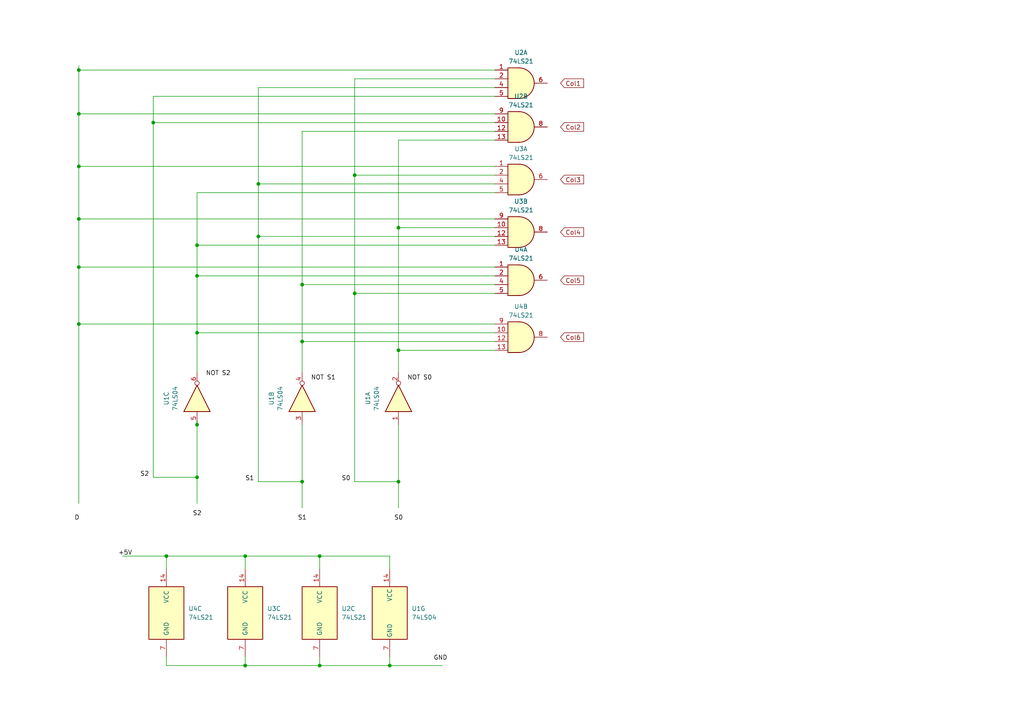
<source format=kicad_sch>
(kicad_sch (version 20231120) (generator "eeschema") (generator_version "8.0")
  (paper "A4")
  (lib_symbols
    (symbol "74xx:74LS04"
      (property "Reference" "U" (at 0 1.27 0))
      (property "Value" "74LS04" (at 0 -1.27 0))
      (symbol "74LS04_1_0"
        (polyline (pts (xy -3.81 3.81) (xy -3.81 -3.81) (xy 3.81 0) (xy -3.81 3.81)) (stroke (width 0.254)) (fill (type background)))
        (pin input line (at -7.62 0 0) (length 3.81) (name "~") (number "1"))
        (pin output inverted (at 7.62 0 180) (length 3.81) (name "~") (number "2"))
      )
      (symbol "74LS04_2_0"
        (polyline (pts (xy -3.81 3.81) (xy -3.81 -3.81) (xy 3.81 0) (xy -3.81 3.81)) (stroke (width 0.254)) (fill (type background)))
        (pin input line (at -7.62 0 0) (length 3.81) (name "~") (number "3"))
        (pin output inverted (at 7.62 0 180) (length 3.81) (name "~") (number "4"))
      )
      (symbol "74LS04_3_0"
        (polyline (pts (xy -3.81 3.81) (xy -3.81 -3.81) (xy 3.81 0) (xy -3.81 3.81)) (stroke (width 0.254)) (fill (type background)))
        (pin input line (at -7.62 0 0) (length 3.81) (name "~") (number "5"))
        (pin output inverted (at 7.62 0 180) (length 3.81) (name "~") (number "6"))
      )
      (symbol "74LS04_4_0"
        (polyline (pts (xy -3.81 3.81) (xy -3.81 -3.81) (xy 3.81 0) (xy -3.81 3.81)) (stroke (width 0.254)) (fill (type background)))
        (pin output inverted (at 7.62 0 180) (length 3.81) (name "~") (number "8"))
        (pin input line (at -7.62 0 0) (length 3.81) (name "~") (number "9"))
      )
      (symbol "74LS04_5_0"
        (polyline (pts (xy -3.81 3.81) (xy -3.81 -3.81) (xy 3.81 0) (xy -3.81 3.81)) (stroke (width 0.254)) (fill (type background)))
        (pin output inverted (at 7.62 0 180) (length 3.81) (name "~") (number "10"))
        (pin input line (at -7.62 0 0) (length 3.81) (name "~") (number "11"))
      )
      (symbol "74LS04_6_0"
        (polyline (pts (xy -3.81 3.81) (xy -3.81 -3.81) (xy 3.81 0) (xy -3.81 3.81)) (stroke (width 0.254)) (fill (type background)))
        (pin output inverted (at 7.62 0 180) (length 3.81) (name "~") (number "12"))
        (pin input line (at -7.62 0 0) (length 3.81) (name "~") (number "13"))
      )
      (symbol "74LS04_7_0"
        (pin power_in line (at 0 12.7 270) (length 5.08) (name "VCC") (number "14"))
        (pin power_in line (at 0 -12.7 90) (length 5.08) (name "GND") (number "7"))
      )
      (symbol "74LS04_7_1"
        (rectangle (start -5.08 7.62) (end 5.08 -7.62) (stroke (width 0.254)) (fill (type background)))
      )
    )
    (symbol "74xx:74LS21" (pin_names (offset 1.016))
      (property "Reference" "U" (at 0 1.27 0))
      (property "Value" "74LS21" (at 0 -1.27 0))
      (symbol "74LS21_1_1"
        (arc (start -0.635 -4.445) (mid 3.7907 0) (end -0.635 4.445) (stroke (width 0.254)) (fill (type background)))
        (polyline (pts (xy -0.635 4.445) (xy -3.81 4.445) (xy -3.81 -4.445) (xy -0.635 -4.445)) (stroke (width 0.254)) (fill (type background)))
        (pin input line (at -7.62 3.81 0) (length 3.81) (name "~") (number "1"))
        (pin input line (at -7.62 1.27 0) (length 3.81) (name "~") (number "2"))
        (pin input line (at -7.62 -1.27 0) (length 3.81) (name "~") (number "4"))
        (pin input line (at -7.62 -3.81 0) (length 3.81) (name "~") (number "5"))
        (pin output line (at 7.62 0 180) (length 3.81) (name "~") (number "6"))
      )
      (symbol "74LS21_1_2"
        (arc (start -3.81 -4.445) (mid -2.5908 0) (end -3.81 4.445) (stroke (width 0.254)))
        (arc (start -0.6096 -4.445) (mid 2.2246 -2.8422) (end 3.81 0) (stroke (width 0.254)) (fill (type background)))
        (polyline (pts (xy -3.81 -4.445) (xy -0.635 -4.445)) (stroke (width 0.254)) (fill (type background)))
        (polyline (pts (xy -3.81 4.445) (xy -0.635 4.445)) (stroke (width 0.254)) (fill (type background)))
        (polyline (pts (xy -0.635 4.445) (xy -3.81 4.445) (xy -3.81 4.445) (xy -3.6322 4.0894) (xy -3.0988 2.921) (xy -2.7686 1.6764) (xy -2.6162 0.4318) (xy -2.6416 -0.8636) (xy -2.8702 -2.1082) (xy -3.2512 -3.3274) (xy -3.81 -4.445) (xy -3.81 -4.445) (xy -0.635 -4.445)) (stroke (width -25.4)) (fill (type background)))
        (arc (start 3.81 0) (mid 2.2204 2.8379) (end -0.6096 4.445) (stroke (width 0.254)) (fill (type background)))
        (pin input inverted (at -7.62 3.81 0) (length 3.81) (name "~") (number "1"))
        (pin input inverted (at -7.62 1.27 0) (length 4.826) (name "~") (number "2"))
        (pin input inverted (at -7.62 -1.27 0) (length 4.826) (name "~") (number "4"))
        (pin input inverted (at -7.62 -3.81 0) (length 3.81) (name "~") (number "5"))
        (pin output inverted (at 7.62 0 180) (length 3.81) (name "~") (number "6"))
      )
      (symbol "74LS21_2_1"
        (arc (start -0.635 -4.445) (mid 3.7907 0) (end -0.635 4.445) (stroke (width 0.254)) (fill (type background)))
        (polyline (pts (xy -0.635 4.445) (xy -3.81 4.445) (xy -3.81 -4.445) (xy -0.635 -4.445)) (stroke (width 0.254)) (fill (type background)))
        (pin input line (at -7.62 1.27 0) (length 3.81) (name "~") (number "10"))
        (pin input line (at -7.62 -1.27 0) (length 3.81) (name "~") (number "12"))
        (pin input line (at -7.62 -3.81 0) (length 3.81) (name "~") (number "13"))
        (pin output line (at 7.62 0 180) (length 3.81) (name "~") (number "8"))
        (pin input line (at -7.62 3.81 0) (length 3.81) (name "~") (number "9"))
      )
      (symbol "74LS21_2_2"
        (arc (start -3.81 -4.445) (mid -2.5908 0) (end -3.81 4.445) (stroke (width 0.254)))
        (arc (start -0.6096 -4.445) (mid 2.2246 -2.8422) (end 3.81 0) (stroke (width 0.254)) (fill (type background)))
        (polyline (pts (xy -3.81 -4.445) (xy -0.635 -4.445)) (stroke (width 0.254)) (fill (type background)))
        (polyline (pts (xy -3.81 4.445) (xy -0.635 4.445)) (stroke (width 0.254)) (fill (type background)))
        (polyline (pts (xy -0.635 4.445) (xy -3.81 4.445) (xy -3.81 4.445) (xy -3.6322 4.0894) (xy -3.0988 2.921) (xy -2.7686 1.6764) (xy -2.6162 0.4318) (xy -2.6416 -0.8636) (xy -2.8702 -2.1082) (xy -3.2512 -3.3274) (xy -3.81 -4.445) (xy -3.81 -4.445) (xy -0.635 -4.445)) (stroke (width -25.4)) (fill (type background)))
        (arc (start 3.81 0) (mid 2.2204 2.8379) (end -0.6096 4.445) (stroke (width 0.254)) (fill (type background)))
        (pin input inverted (at -7.62 1.27 0) (length 4.826) (name "~") (number "10"))
        (pin input inverted (at -7.62 -1.27 0) (length 4.826) (name "~") (number "12"))
        (pin input inverted (at -7.62 -3.81 0) (length 3.81) (name "~") (number "13"))
        (pin output inverted (at 7.62 0 180) (length 3.81) (name "~") (number "8"))
        (pin input inverted (at -7.62 3.81 0) (length 3.81) (name "~") (number "9"))
      )
      (symbol "74LS21_3_0"
        (pin power_in line (at 0 12.7 270) (length 5.08) (name "VCC") (number "14"))
        (pin power_in line (at 0 -12.7 90) (length 5.08) (name "GND") (number "7"))
      )
      (symbol "74LS21_3_1"
        (rectangle (start -5.08 7.62) (end 5.08 -7.62) (stroke (width 0.254)) (fill (type background)))
      )
    )
  )
  (junction (at 113.03 193.04))
  (junction (at 22.86 63.5))
  (junction (at 57.15 123.19))
  (junction (at 115.57 66.04))
  (junction (at 22.86 33.02))
  (junction (at 71.12 193.04))
  (junction (at 57.15 71.12))
  (junction (at 87.63 99.06))
  (junction (at 57.15 96.52))
  (junction (at 48.26 161.29))
  (junction (at 102.87 50.8))
  (junction (at 22.86 48.26))
  (junction (at 71.12 161.29))
  (junction (at 22.86 20.32))
  (junction (at 44.45 35.56))
  (junction (at 102.87 85.09))
  (junction (at 92.71 193.04))
  (junction (at 115.57 139.7))
  (junction (at 115.57 101.6))
  (junction (at 57.15 80.01))
  (junction (at 87.63 82.55))
  (junction (at 74.93 68.58))
  (junction (at 22.86 77.47))
  (junction (at 87.63 139.7))
  (junction (at 22.86 93.98))
  (junction (at 92.71 161.29))
  (junction (at 57.15 138.43))
  (junction (at 74.93 53.34))
  (wire (pts (xy 22.86 93.98) (xy 22.86 146.05)))
  (wire (pts (xy 87.63 139.7) (xy 87.63 147.32)))
  (wire (pts (xy 115.57 66.04) (xy 115.57 101.6)))
  (wire (pts (xy 57.15 80.01) (xy 57.15 96.52)))
  (wire (pts (xy 143.51 66.04) (xy 115.57 66.04)))
  (wire (pts (xy 143.51 35.56) (xy 44.45 35.56)))
  (wire (pts (xy 22.86 77.47) (xy 143.51 77.47)))
  (wire (pts (xy 22.86 33.02) (xy 143.51 33.02)))
  (wire (pts (xy 143.51 50.8) (xy 102.87 50.8)))
  (wire (pts (xy 143.51 38.1) (xy 87.63 38.1)))
  (wire (pts (xy 87.63 99.06) (xy 87.63 107.95)))
  (wire (pts (xy 22.86 19.05) (xy 22.86 20.32)))
  (wire (pts (xy 143.51 53.34) (xy 74.93 53.34)))
  (wire (pts (xy 22.86 20.32) (xy 143.51 20.32)))
  (wire (pts (xy 92.71 161.29) (xy 92.71 165.1)))
  (wire (pts (xy 57.15 121.92) (xy 57.15 123.19)))
  (wire (pts (xy 71.12 193.04) (xy 92.71 193.04)))
  (wire (pts (xy 57.15 71.12) (xy 57.15 80.01)))
  (wire (pts (xy 115.57 139.7) (xy 102.87 139.7)))
  (wire (pts (xy 22.86 93.98) (xy 143.51 93.98)))
  (wire (pts (xy 74.93 68.58) (xy 74.93 139.7)))
  (wire (pts (xy 143.51 71.12) (xy 57.15 71.12)))
  (wire (pts (xy 74.93 25.4) (xy 74.93 53.34)))
  (wire (pts (xy 143.51 25.4) (xy 74.93 25.4)))
  (wire (pts (xy 87.63 82.55) (xy 87.63 99.06)))
  (wire (pts (xy 74.93 53.34) (xy 74.93 68.58)))
  (wire (pts (xy 22.86 63.5) (xy 143.51 63.5)))
  (wire (pts (xy 71.12 161.29) (xy 71.12 165.1)))
  (wire (pts (xy 102.87 85.09) (xy 102.87 139.7)))
  (wire (pts (xy 22.86 48.26) (xy 22.86 63.5)))
  (wire (pts (xy 143.51 99.06) (xy 87.63 99.06)))
  (wire (pts (xy 143.51 96.52) (xy 57.15 96.52)))
  (wire (pts (xy 57.15 138.43) (xy 57.15 146.05)))
  (wire (pts (xy 102.87 22.86) (xy 102.87 50.8)))
  (wire (pts (xy 143.51 27.94) (xy 44.45 27.94)))
  (wire (pts (xy 143.51 101.6) (xy 115.57 101.6)))
  (wire (pts (xy 92.71 193.04) (xy 113.03 193.04)))
  (wire (pts (xy 44.45 27.94) (xy 44.45 35.56)))
  (wire (pts (xy 22.86 48.26) (xy 143.51 48.26)))
  (wire (pts (xy 115.57 101.6) (xy 115.57 107.95)))
  (wire (pts (xy 87.63 123.19) (xy 87.63 139.7)))
  (wire (pts (xy 57.15 138.43) (xy 44.45 138.43)))
  (wire (pts (xy 143.51 68.58) (xy 74.93 68.58)))
  (wire (pts (xy 57.15 123.19) (xy 57.15 138.43)))
  (wire (pts (xy 113.03 165.1) (xy 113.03 161.29)))
  (wire (pts (xy 113.03 190.5) (xy 113.03 193.04)))
  (wire (pts (xy 143.51 40.64) (xy 115.57 40.64)))
  (wire (pts (xy 71.12 190.5) (xy 71.12 193.04)))
  (wire (pts (xy 22.86 20.32) (xy 22.86 33.02)))
  (wire (pts (xy 57.15 96.52) (xy 57.15 107.95)))
  (wire (pts (xy 143.51 80.01) (xy 57.15 80.01)))
  (wire (pts (xy 48.26 161.29) (xy 48.26 165.1)))
  (wire (pts (xy 71.12 161.29) (xy 92.71 161.29)))
  (wire (pts (xy 48.26 161.29) (xy 71.12 161.29)))
  (wire (pts (xy 143.51 85.09) (xy 102.87 85.09)))
  (wire (pts (xy 87.63 38.1) (xy 87.63 82.55)))
  (wire (pts (xy 143.51 22.86) (xy 102.87 22.86)))
  (wire (pts (xy 115.57 123.19) (xy 115.57 139.7)))
  (wire (pts (xy 113.03 193.04) (xy 128.27 193.04)))
  (wire (pts (xy 22.86 77.47) (xy 22.86 93.98)))
  (wire (pts (xy 87.63 139.7) (xy 74.93 139.7)))
  (wire (pts (xy 115.57 139.7) (xy 115.57 147.32)))
  (wire (pts (xy 48.26 193.04) (xy 71.12 193.04)))
  (wire (pts (xy 143.51 55.88) (xy 57.15 55.88)))
  (wire (pts (xy 92.71 161.29) (xy 113.03 161.29)))
  (wire (pts (xy 115.57 40.64) (xy 115.57 66.04)))
  (wire (pts (xy 92.71 190.5) (xy 92.71 193.04)))
  (wire (pts (xy 48.26 190.5) (xy 48.26 193.04)))
  (wire (pts (xy 102.87 50.8) (xy 102.87 85.09)))
  (wire (pts (xy 143.51 82.55) (xy 87.63 82.55)))
  (wire (pts (xy 22.86 63.5) (xy 22.86 77.47)))
  (wire (pts (xy 22.86 33.02) (xy 22.86 48.26)))
  (wire (pts (xy 35.56 161.29) (xy 48.26 161.29)))
  (wire (pts (xy 44.45 35.56) (xy 44.45 138.43)))
  (wire (pts (xy 57.15 55.88) (xy 57.15 71.12)))
  (label "S2" (at 40.64 138.43 0))
  (label "S1" (at 86.36 151.13 0))
  (label "S0" (at 99.06 139.7 0))
  (label "+5V" (at 34.29 161.29 0))
  (label "S1" (at 71.12 139.7 0))
  (label "NOT S2" (at 59.69 109.22 0))
  (label "S0" (at 114.3 151.13 0))
  (label "NOT S0" (at 118.11 110.49 0))
  (label "GND" (at 125.73 191.77 0))
  (label "S2" (at 55.88 149.86 0))
  (label "D" (at 21.59 151.13 0))
  (label "NOT S1" (at 90.17 110.49 0))
  (global_label "Col5" (shape input) (at 162.56 81.28 0) (property "Intersheetrefs" "${INTERSHEET_REFS}" (effects (hide yes))))
  (global_label "Col3" (shape input) (at 162.56 52.07 0) (property "Intersheetrefs" "${INTERSHEET_REFS}" (effects (hide yes))))
  (global_label "Col6" (shape input) (at 162.56 97.79 0) (property "Intersheetrefs" "${INTERSHEET_REFS}" (effects (hide yes))))
  (global_label "Col1" (shape input) (at 162.56 24.13 0) (property "Intersheetrefs" "${INTERSHEET_REFS}" (effects (hide yes))))
  (global_label "Col2" (shape input) (at 162.56 36.83 0) (property "Intersheetrefs" "${INTERSHEET_REFS}" (effects (hide yes))))
  (global_label "Col4" (shape input) (at 162.56 67.31 0) (property "Intersheetrefs" "${INTERSHEET_REFS}" (effects (hide yes))))
  (symbol (lib_id "74xx:74LS04") (at -33.02 49.53 0) (unit 5)
    (property "Reference" "U1" (at -33.02 40.64 0))
    (property "Value" "74LS04" (at -33.02 43.18 0))
    (property "Datasheet" "http://www.ti.com/lit/gpn/sn74LS04" (effects (hide yes)))
    (property "Description" "Hex Inverter" (effects (hide yes)))
  )
  (symbol (lib_id "74xx:74LS04") (at 113.03 177.8 0) (unit 7)
    (property "Reference" "U1" (at 119.38 176.5299 0) (effects (justify left)))
    (property "Value" "74LS04" (at 119.38 179.0699 0) (effects (justify left)))
    (property "Datasheet" "http://www.ti.com/lit/gpn/sn74LS04" (effects (hide yes)))
    (property "Description" "Hex Inverter" (effects (hide yes)))
  )
  (symbol (lib_id "74xx:74LS21") (at 151.13 67.31 0) (unit 2)
    (property "Reference" "U3" (at 151.1203 58.42 0))
    (property "Value" "74LS21" (at 151.1203 60.96 0))
    (property "Datasheet" "http://www.ti.com/lit/gpn/sn74LS21" (effects (hide yes)))
    (property "Description" "Dual 4-input AND" (effects (hide yes)))
  )
  (symbol (lib_id "74xx:74LS04") (at 87.63 115.57 90) (unit 2)
    (property "Reference" "U1" (at 78.74 115.57 0))
    (property "Value" "74LS04" (at 81.28 115.57 0))
    (property "Datasheet" "http://www.ti.com/lit/gpn/sn74LS04" (effects (hide yes)))
    (property "Description" "Hex Inverter" (effects (hide yes)))
  )
  (symbol (lib_id "74xx:74LS21") (at 151.13 24.13 0) (unit 1)
    (property "Reference" "U2" (at 151.1203 15.24 0))
    (property "Value" "74LS21" (at 151.1203 17.78 0))
    (property "Datasheet" "http://www.ti.com/lit/gpn/sn74LS21" (effects (hide yes)))
    (property "Description" "Dual 4-input AND" (effects (hide yes)))
  )
  (symbol (lib_id "74xx:74LS04") (at -66.04 49.53 0) (unit 4)
    (property "Reference" "U1" (at -66.04 40.64 0))
    (property "Value" "74LS04" (at -66.04 43.18 0))
    (property "Datasheet" "http://www.ti.com/lit/gpn/sn74LS04" (effects (hide yes)))
    (property "Description" "Hex Inverter" (effects (hide yes)))
  )
  (symbol (lib_id "74xx:74LS21") (at 48.26 177.8 0) (unit 3)
    (property "Reference" "U4" (at 54.61 176.5299 0) (effects (justify left)))
    (property "Value" "74LS21" (at 54.61 179.0699 0) (effects (justify left)))
    (property "Datasheet" "http://www.ti.com/lit/gpn/sn74LS21" (effects (hide yes)))
    (property "Description" "Dual 4-input AND" (effects (hide yes)))
  )
  (symbol (lib_id "74xx:74LS04") (at -8.89 46.99 0) (unit 6)
    (property "Reference" "U1" (at -8.89 38.1 0))
    (property "Value" "74LS04" (at -8.89 40.64 0))
    (property "Datasheet" "http://www.ti.com/lit/gpn/sn74LS04" (effects (hide yes)))
    (property "Description" "Hex Inverter" (effects (hide yes)))
  )
  (symbol (lib_id "74xx:74LS21") (at 151.13 97.79 0) (unit 2)
    (property "Reference" "U4" (at 151.1203 88.9 0))
    (property "Value" "74LS21" (at 151.1203 91.44 0))
    (property "Datasheet" "http://www.ti.com/lit/gpn/sn74LS21" (effects (hide yes)))
    (property "Description" "Dual 4-input AND" (effects (hide yes)))
  )
  (symbol (lib_id "74xx:74LS04") (at 115.57 115.57 90) (unit 1)
    (property "Reference" "U1" (at 106.68 115.57 0))
    (property "Value" "74LS04" (at 109.22 115.57 0))
    (property "Datasheet" "http://www.ti.com/lit/gpn/sn74LS04" (effects (hide yes)))
    (property "Description" "Hex Inverter" (effects (hide yes)))
  )
  (symbol (lib_id "74xx:74LS21") (at 151.13 52.07 0) (unit 1)
    (property "Reference" "U3" (at 151.1203 43.18 0))
    (property "Value" "74LS21" (at 151.1203 45.72 0))
    (property "Datasheet" "http://www.ti.com/lit/gpn/sn74LS21" (effects (hide yes)))
    (property "Description" "Dual 4-input AND" (effects (hide yes)))
  )
  (symbol (lib_id "74xx:74LS04") (at 57.15 115.57 90) (unit 3)
    (property "Reference" "U1" (at 48.26 115.57 0))
    (property "Value" "74LS04" (at 50.8 115.57 0))
    (property "Datasheet" "http://www.ti.com/lit/gpn/sn74LS04" (effects (hide yes)))
    (property "Description" "Hex Inverter" (effects (hide yes)))
  )
  (symbol (lib_id "74xx:74LS21") (at 151.13 36.83 0) (unit 2)
    (property "Reference" "U2" (at 151.1203 27.94 0))
    (property "Value" "74LS21" (at 151.1203 30.48 0))
    (property "Datasheet" "http://www.ti.com/lit/gpn/sn74LS21" (effects (hide yes)))
    (property "Description" "Dual 4-input AND" (effects (hide yes)))
  )
  (symbol (lib_id "74xx:74LS21") (at 92.71 177.8 0) (unit 3)
    (property "Reference" "U2" (at 99.06 176.5299 0) (effects (justify left)))
    (property "Value" "74LS21" (at 99.06 179.0699 0) (effects (justify left)))
    (property "Datasheet" "http://www.ti.com/lit/gpn/sn74LS21" (effects (hide yes)))
    (property "Description" "Dual 4-input AND" (effects (hide yes)))
  )
  (symbol (lib_id "74xx:74LS21") (at 71.12 177.8 0) (unit 3)
    (property "Reference" "U3" (at 77.47 176.5299 0) (effects (justify left)))
    (property "Value" "74LS21" (at 77.47 179.0699 0) (effects (justify left)))
    (property "Datasheet" "http://www.ti.com/lit/gpn/sn74LS21" (effects (hide yes)))
    (property "Description" "Dual 4-input AND" (effects (hide yes)))
  )
  (symbol (lib_id "74xx:74LS21") (at 151.13 81.28 0) (unit 1)
    (property "Reference" "U4" (at 151.1203 72.39 0))
    (property "Value" "74LS21" (at 151.1203 74.93 0))
    (property "Datasheet" "http://www.ti.com/lit/gpn/sn74LS21" (effects (hide yes)))
    (property "Description" "Dual 4-input AND" (effects (hide yes)))
  )
)
</source>
